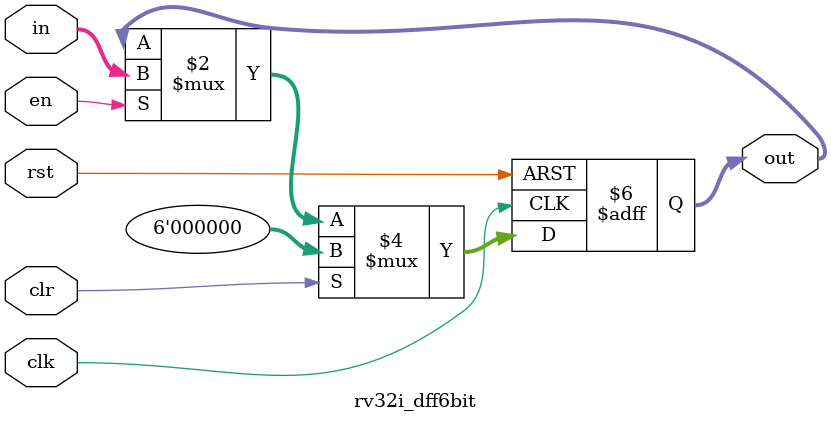
<source format=v>
module rv32i_dff6bit(clk, rst, in, en, clr, out);
input clk, rst;
input [5:0] in;
input en;
input clr;
output reg [5:0] out;

always @(posedge rst, posedge clk)
begin
if(rst) out<=0;
else 
begin
	if(clr) out<=0;
	else out<=(en)?in:out;
end
end

endmodule

</source>
